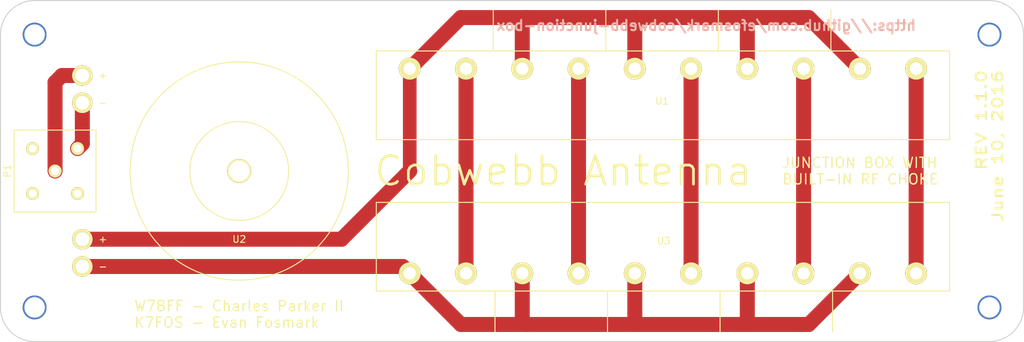
<source format=kicad_pcb>
(kicad_pcb (version 4) (host pcbnew 4.0.2+e4-6225~38~ubuntu14.04.1-stable)

  (general
    (links 20)
    (no_connects 3)
    (area 64.775 69.924999 215.075001 120.075001)
    (thickness 1.6)
    (drawings 13)
    (tracks 41)
    (zones 0)
    (modules 8)
    (nets 10)
  )

  (page USLetter)
  (title_block
    (title "Cobwebb Junction Box With RF Choke")
    (date 2016-06-11)
    (rev 0.0.1)
    (company "K7FOS & W7BFF")
  )

  (layers
    (0 F.Cu signal)
    (31 B.Cu signal)
    (32 B.Adhes user)
    (33 F.Adhes user)
    (34 B.Paste user)
    (35 F.Paste user)
    (36 B.SilkS user)
    (37 F.SilkS user)
    (38 B.Mask user)
    (39 F.Mask user)
    (40 Dwgs.User user)
    (41 Cmts.User user)
    (42 Eco1.User user)
    (43 Eco2.User user hide)
    (44 Edge.Cuts user)
    (45 Margin user hide)
    (46 B.CrtYd user hide)
    (47 F.CrtYd user hide)
    (48 B.Fab user hide)
    (49 F.Fab user hide)
  )

  (setup
    (last_trace_width 2.2)
    (trace_clearance 0.3)
    (zone_clearance 0.508)
    (zone_45_only no)
    (trace_min 0.2)
    (segment_width 0.2)
    (edge_width 0.15)
    (via_size 0.6)
    (via_drill 0.4)
    (via_min_size 0.4)
    (via_min_drill 0.3)
    (uvia_size 0.3)
    (uvia_drill 0.1)
    (uvias_allowed no)
    (uvia_min_size 0.2)
    (uvia_min_drill 0.1)
    (pcb_text_width 0.3)
    (pcb_text_size 1.5 1.5)
    (mod_edge_width 0.15)
    (mod_text_size 1 1)
    (mod_text_width 0.15)
    (pad_size 3.5 3.5)
    (pad_drill 3)
    (pad_to_mask_clearance 0.2)
    (aux_axis_origin 0 0)
    (visible_elements 7FFFFFFF)
    (pcbplotparams
      (layerselection 0x010ff_80000001)
      (usegerberextensions false)
      (excludeedgelayer false)
      (linewidth 0.100000)
      (plotframeref true)
      (viasonmask false)
      (mode 1)
      (useauxorigin false)
      (hpglpennumber 1)
      (hpglpenspeed 20)
      (hpglpendiameter 15)
      (hpglpenoverlay 2)
      (psnegative false)
      (psa4output false)
      (plotreference true)
      (plotvalue true)
      (plotinvisibletext false)
      (padsonsilk true)
      (subtractmaskfromsilk true)
      (outputformat 1)
      (mirror false)
      (drillshape 0)
      (scaleselection 1)
      (outputdirectory resources/gerber-files/))
  )

  (net 0 "")
  (net 1 "Net-(P1-Pad1)")
  (net 2 "Net-(P1-Pad2)")
  (net 3 "Net-(U1-Pad1)")
  (net 4 "Net-(U1-Pad10)")
  (net 5 "Net-(U1-Pad3)")
  (net 6 "Net-(U1-Pad5)")
  (net 7 "Net-(U1-Pad7)")
  (net 8 "Net-(U1-Pad9)")
  (net 9 "Net-(U2-Pad4)")

  (net_class Default "This is the default net class."
    (clearance 0.3)
    (trace_width 2.2)
    (via_dia 0.6)
    (via_drill 0.4)
    (uvia_dia 0.3)
    (uvia_drill 0.1)
    (add_net "Net-(P1-Pad1)")
    (add_net "Net-(P1-Pad2)")
    (add_net "Net-(U1-Pad1)")
    (add_net "Net-(U1-Pad10)")
    (add_net "Net-(U1-Pad3)")
    (add_net "Net-(U1-Pad5)")
    (add_net "Net-(U1-Pad7)")
    (add_net "Net-(U1-Pad9)")
    (add_net "Net-(U2-Pad4)")
  )

  (module 60-clock:1pin (layer F.Cu) (tedit 575C6FB4) (tstamp 575BC4F2)
    (at 70 75)
    (descr "module 1 pin (ou trou mecanique de percage)")
    (tags DEV)
    (fp_text reference REF**1111 (at 5 -3.048) (layer F.SilkS) hide
      (effects (font (size 1 1) (thickness 0.15)))
    )
    (fp_text value 1pin (at 5 0) (layer F.Fab)
      (effects (font (size 1 1) (thickness 0.15)))
    )
    (pad 1 thru_hole circle (at 0 0) (size 3.5 3.5) (drill 3) (layers *.Cu *.Mask))
  )

  (module 60-clock:1pin (layer F.Cu) (tedit 575C6FC8) (tstamp 575BCD09)
    (at 210 115)
    (descr "module 1 pin (ou trou mecanique de percage)")
    (tags DEV)
    (fp_text reference REF**1122 (at 0 -3.048) (layer F.SilkS) hide
      (effects (font (size 1 1) (thickness 0.15)))
    )
    (fp_text value 1pin (at 0 2.794) (layer F.Fab)
      (effects (font (size 1 1) (thickness 0.15)))
    )
    (pad 1 thru_hole circle (at 0 0) (size 3.5 3.5) (drill 3) (layers *.Cu *.Mask))
  )

  (module 60-clock:1pin (layer F.Cu) (tedit 575C6FBA) (tstamp 575BCD05)
    (at 70 115)
    (descr "module 1 pin (ou trou mecanique de percage)")
    (tags DEV)
    (fp_text reference REF**1112 (at 0 -3.048) (layer F.SilkS) hide
      (effects (font (size 1 1) (thickness 0.15)))
    )
    (fp_text value 1pin (at 0 2.794) (layer F.Fab)
      (effects (font (size 1 1) (thickness 0.15)))
    )
    (pad 1 thru_hole circle (at 0 0) (size 3.5 3.5) (drill 3) (layers *.Cu *.Mask))
  )

  (module 60-clock:1pin (layer F.Cu) (tedit 575C6FC2) (tstamp 575BCD01)
    (at 210 75)
    (descr "module 1 pin (ou trou mecanique de percage)")
    (tags DEV)
    (fp_text reference REF**1121 (at -5 -3.048) (layer F.SilkS) hide
      (effects (font (size 1 1) (thickness 0.15)))
    )
    (fp_text value 1pin (at 0 2.794) (layer F.Fab)
      (effects (font (size 1 1) (thickness 0.15)))
    )
    (pad 1 thru_hole circle (at 0 0) (size 3.5 3.5) (drill 3) (layers *.Cu *.Mask))
  )

  (module CobwebbJunctionBox:Terminal_Block_10_Pin (layer F.Cu) (tedit 575BBCC4) (tstamp 575BC1B3)
    (at 199.25 80 180)
    (path /575BAF8D)
    (fp_text reference U1 (at 37.25 -4.75 180) (layer F.SilkS)
      (effects (font (size 1 1) (thickness 0.15)))
    )
    (fp_text value Terminal_Block_10_Pin (at 36.25 -6.75 180) (layer F.Fab)
      (effects (font (size 1 1) (thickness 0.15)))
    )
    (fp_line (start 12.5 2.6) (end 12.5 8.6) (layer F.SilkS) (width 0.15))
    (fp_line (start 79.15 2.6) (end -4.9 2.6) (layer F.SilkS) (width 0.15))
    (fp_line (start 79.15 -10.4) (end 79.15 2.6) (layer F.SilkS) (width 0.15))
    (fp_line (start -4.9 -10.4) (end 79.15 -10.4) (layer F.SilkS) (width 0.15))
    (fp_line (start -4.9 2.6) (end -4.9 -10.4) (layer F.SilkS) (width 0.15))
    (fp_line (start 29 2.6) (end 29 8.6) (layer F.SilkS) (width 0.15))
    (fp_line (start 45.5 2.6) (end 45.5 8.6) (layer F.SilkS) (width 0.15))
    (fp_line (start 62 2.6) (end 62 8.6) (layer F.SilkS) (width 0.15))
    (pad 1 thru_hole circle (at 0 0 180) (size 3.2 3.2) (drill 1.8) (layers *.Cu *.Mask F.SilkS)
      (net 3 "Net-(U1-Pad1)"))
    (pad 2 thru_hole circle (at 8.25 0 180) (size 3.2 3.2) (drill 1.8) (layers *.Cu *.Mask F.SilkS)
      (net 4 "Net-(U1-Pad10)"))
    (pad 3 thru_hole circle (at 16.5 0 180) (size 3.2 3.2) (drill 1.8) (layers *.Cu *.Mask F.SilkS)
      (net 5 "Net-(U1-Pad3)"))
    (pad 4 thru_hole circle (at 24.75 0 180) (size 3.2 3.2) (drill 1.8) (layers *.Cu *.Mask F.SilkS)
      (net 4 "Net-(U1-Pad10)"))
    (pad 5 thru_hole circle (at 33 0 180) (size 3.2 3.2) (drill 1.8) (layers *.Cu *.Mask F.SilkS)
      (net 6 "Net-(U1-Pad5)"))
    (pad 6 thru_hole circle (at 41.25 0 180) (size 3.2 3.2) (drill 1.8) (layers *.Cu *.Mask F.SilkS)
      (net 4 "Net-(U1-Pad10)"))
    (pad 7 thru_hole circle (at 49.5 0 180) (size 3.2 3.2) (drill 1.8) (layers *.Cu *.Mask F.SilkS)
      (net 7 "Net-(U1-Pad7)"))
    (pad 8 thru_hole circle (at 57.75 0 180) (size 3.2 3.2) (drill 1.8) (layers *.Cu *.Mask F.SilkS)
      (net 4 "Net-(U1-Pad10)"))
    (pad 9 thru_hole circle (at 66 0 180) (size 3.2 3.2) (drill 1.8) (layers *.Cu *.Mask F.SilkS)
      (net 8 "Net-(U1-Pad9)"))
    (pad 10 thru_hole circle (at 74.25 0 180) (size 3.2 3.2) (drill 1.8) (layers *.Cu *.Mask F.SilkS)
      (net 4 "Net-(U1-Pad10)"))
  )

  (module CobwebbJunctionBox:RF_Choke_T106-2 (layer F.Cu) (tedit 575C6FE0) (tstamp 575BC1C2)
    (at 100 95)
    (path /575BB2DA)
    (fp_text reference U2 (at 0 10) (layer F.SilkS)
      (effects (font (size 1 1) (thickness 0.15)))
    )
    (fp_text value RF_Choke (at 0 -11) (layer F.Fab)
      (effects (font (size 1 1) (thickness 0.15)))
    )
    (fp_text user - (at -20 -10) (layer F.SilkS)
      (effects (font (size 1 1) (thickness 0.15)))
    )
    (fp_text user + (at -20 -14) (layer F.SilkS)
      (effects (font (size 1 1) (thickness 0.15)))
    )
    (fp_circle (center 0 0) (end 7.25 0) (layer F.SilkS) (width 0.15))
    (fp_circle (center 0 0) (end 16 0) (layer F.SilkS) (width 0.15))
    (fp_text user + (at -20 10) (layer F.SilkS)
      (effects (font (size 1 1) (thickness 0.15)))
    )
    (fp_text user - (at -20 14) (layer F.SilkS)
      (effects (font (size 1 1) (thickness 0.15)))
    )
    (pad "" thru_hole circle (at 0 0) (size 3.5 3.5) (drill 3) (layers *.Cu *.Mask F.SilkS))
    (pad 1 thru_hole circle (at -23 -14) (size 3 3) (drill 2) (layers *.Cu *.Mask F.SilkS)
      (net 2 "Net-(P1-Pad2)"))
    (pad 2 thru_hole circle (at -23 -10) (size 3 3) (drill 2) (layers *.Cu *.Mask F.SilkS)
      (net 1 "Net-(P1-Pad1)"))
    (pad 3 thru_hole circle (at -23 10) (size 3 3) (drill 2) (layers *.Cu *.Mask F.SilkS)
      (net 4 "Net-(U1-Pad10)"))
    (pad 4 thru_hole circle (at -23 14) (size 3 3) (drill 2) (layers *.Cu *.Mask F.SilkS)
      (net 9 "Net-(U2-Pad4)"))
  )

  (module CobwebbJunctionBox:Terminal_Block_10_Pin (layer F.Cu) (tedit 575BBCC4) (tstamp 575BC1D8)
    (at 125 110)
    (path /575BB028)
    (fp_text reference U3 (at 37.25 -4.75) (layer F.SilkS)
      (effects (font (size 1 1) (thickness 0.15)))
    )
    (fp_text value Terminal_Block_10_Pin (at 36.25 -6.75) (layer F.Fab)
      (effects (font (size 1 1) (thickness 0.15)))
    )
    (fp_line (start 12.5 2.6) (end 12.5 8.6) (layer F.SilkS) (width 0.15))
    (fp_line (start 79.15 2.6) (end -4.9 2.6) (layer F.SilkS) (width 0.15))
    (fp_line (start 79.15 -10.4) (end 79.15 2.6) (layer F.SilkS) (width 0.15))
    (fp_line (start -4.9 -10.4) (end 79.15 -10.4) (layer F.SilkS) (width 0.15))
    (fp_line (start -4.9 2.6) (end -4.9 -10.4) (layer F.SilkS) (width 0.15))
    (fp_line (start 29 2.6) (end 29 8.6) (layer F.SilkS) (width 0.15))
    (fp_line (start 45.5 2.6) (end 45.5 8.6) (layer F.SilkS) (width 0.15))
    (fp_line (start 62 2.6) (end 62 8.6) (layer F.SilkS) (width 0.15))
    (pad 1 thru_hole circle (at 0 0) (size 3.2 3.2) (drill 1.8) (layers *.Cu *.Mask F.SilkS)
      (net 9 "Net-(U2-Pad4)"))
    (pad 2 thru_hole circle (at 8.25 0) (size 3.2 3.2) (drill 1.8) (layers *.Cu *.Mask F.SilkS)
      (net 8 "Net-(U1-Pad9)"))
    (pad 3 thru_hole circle (at 16.5 0) (size 3.2 3.2) (drill 1.8) (layers *.Cu *.Mask F.SilkS)
      (net 9 "Net-(U2-Pad4)"))
    (pad 4 thru_hole circle (at 24.75 0) (size 3.2 3.2) (drill 1.8) (layers *.Cu *.Mask F.SilkS)
      (net 7 "Net-(U1-Pad7)"))
    (pad 5 thru_hole circle (at 33 0) (size 3.2 3.2) (drill 1.8) (layers *.Cu *.Mask F.SilkS)
      (net 9 "Net-(U2-Pad4)"))
    (pad 6 thru_hole circle (at 41.25 0) (size 3.2 3.2) (drill 1.8) (layers *.Cu *.Mask F.SilkS)
      (net 6 "Net-(U1-Pad5)"))
    (pad 7 thru_hole circle (at 49.5 0) (size 3.2 3.2) (drill 1.8) (layers *.Cu *.Mask F.SilkS)
      (net 9 "Net-(U2-Pad4)"))
    (pad 8 thru_hole circle (at 57.75 0) (size 3.2 3.2) (drill 1.8) (layers *.Cu *.Mask F.SilkS)
      (net 5 "Net-(U1-Pad3)"))
    (pad 9 thru_hole circle (at 66 0) (size 3.2 3.2) (drill 1.8) (layers *.Cu *.Mask F.SilkS)
      (net 9 "Net-(U2-Pad4)"))
    (pad 10 thru_hole circle (at 74.25 0) (size 3.2 3.2) (drill 1.8) (layers *.Cu *.Mask F.SilkS)
      (net 3 "Net-(U1-Pad1)"))
  )

  (module CobwebbJunctionBox:BNC_Connector (layer F.Cu) (tedit 575BD102) (tstamp 575BC19D)
    (at 73 95 270)
    (path /575BB235)
    (fp_text reference P1 (at 0 7 270) (layer F.SilkS)
      (effects (font (size 1 1) (thickness 0.15)))
    )
    (fp_text value BNC (at 0 -7 270) (layer F.Fab)
      (effects (font (size 1 1) (thickness 0.15)))
    )
    (fp_line (start -6 6) (end -6 -6) (layer F.SilkS) (width 0.15))
    (fp_line (start 6 6) (end -6 6) (layer F.SilkS) (width 0.15))
    (fp_line (start 6 -6) (end 6 6) (layer F.SilkS) (width 0.15))
    (fp_line (start -6 -6) (end 6 -6) (layer F.SilkS) (width 0.15))
    (pad 2 thru_hole circle (at 0 0 270) (size 1.9 1.9) (drill 1.2) (layers *.Cu *.Mask F.SilkS)
      (net 2 "Net-(P1-Pad2)"))
    (pad 1 thru_hole circle (at -3.3 -3.3 270) (size 1.9 1.9) (drill 1.2) (layers *.Cu *.Mask F.SilkS)
      (net 1 "Net-(P1-Pad1)"))
    (pad 1 thru_hole circle (at 3.3 -3.3 270) (size 1.9 1.9) (drill 1.2) (layers *.Cu *.Mask F.SilkS)
      (net 1 "Net-(P1-Pad1)"))
    (pad 1 thru_hole circle (at -3.3 3.3 270) (size 1.9 1.9) (drill 1.2) (layers *.Cu *.Mask F.SilkS)
      (net 1 "Net-(P1-Pad1)"))
    (pad 1 thru_hole circle (at 3.3 3.3 270) (size 1.9 1.9) (drill 1.2) (layers *.Cu *.Mask F.SilkS)
      (net 1 "Net-(P1-Pad1)"))
  )

  (gr_text https://github.com/efosmark/cobwebb-junction-box (at 199.39 73.66) (layer B.SilkS)
    (effects (font (size 1.5 1.5) (thickness 0.3)) (justify left mirror))
  )
  (gr_text "REV 1.1.0\nJune 10, 2016" (at 210 80 90) (layer F.SilkS)
    (effects (font (size 1.5 2) (thickness 0.3)) (justify right))
  )
  (gr_text "W7BFF - Charles Parker II\nK7FOS - Evan Fosmark" (at 84.5 116) (layer F.SilkS)
    (effects (font (size 1.5 1.5) (thickness 0.2)) (justify left))
  )
  (gr_text "JUNCTION BOX WITH\nBUILT-IN RF CHOKE" (at 179.5 95) (layer F.SilkS)
    (effects (font (size 1.5 1.5) (thickness 0.2)) (justify left))
  )
  (gr_text "Cobwebb Antenna" (at 147.5 95) (layer F.SilkS)
    (effects (font (size 4.2 4.2) (thickness 0.4)))
  )
  (gr_arc (start 210 75) (end 210 70) (angle 90) (layer Edge.Cuts) (width 0.15))
  (gr_arc (start 210 115) (end 215 115) (angle 90) (layer Edge.Cuts) (width 0.15))
  (gr_arc (start 70 115) (end 70 120) (angle 90) (layer Edge.Cuts) (width 0.15))
  (gr_arc (start 70 75) (end 65 75) (angle 90) (layer Edge.Cuts) (width 0.15))
  (gr_line (start 210 70) (end 70 70) (layer Edge.Cuts) (width 0.15))
  (gr_line (start 215 115) (end 215 75) (layer Edge.Cuts) (width 0.15))
  (gr_line (start 70 120) (end 210 120) (layer Edge.Cuts) (width 0.15))
  (gr_line (start 65 75) (end 65 115) (layer Edge.Cuts) (width 0.15))

  (segment (start 77 85) (end 77 91) (width 2.2) (layer F.Cu) (net 1))
  (segment (start 77 91) (end 76.3 91.7) (width 2.2) (layer F.Cu) (net 1))
  (segment (start 73 82) (end 74 81) (width 2.2) (layer F.Cu) (net 2))
  (segment (start 74 81) (end 77 81) (width 2.2) (layer F.Cu) (net 2))
  (segment (start 73 95) (end 73 82) (width 2.2) (layer F.Cu) (net 2))
  (segment (start 199.25 80) (end 199.25 110) (width 2.2) (layer F.Cu) (net 3))
  (segment (start 115 105) (end 125 95) (width 2.2) (layer F.Cu) (net 4))
  (segment (start 125 95) (end 125 80) (width 2) (layer F.Cu) (net 4))
  (segment (start 77 105) (end 115 105) (width 2.2) (layer F.Cu) (net 4))
  (segment (start 158 72.5) (end 174 72.5) (width 2.2) (layer F.Cu) (net 4))
  (segment (start 174 72.5) (end 182.5 72.5) (width 2.2) (layer F.Cu) (net 4))
  (segment (start 174.5 80) (end 174.5 73) (width 2.2) (layer F.Cu) (net 4))
  (segment (start 174.5 73) (end 174 72.5) (width 2.2) (layer F.Cu) (net 4))
  (segment (start 142 72.5) (end 158 72.5) (width 2.2) (layer F.Cu) (net 4))
  (segment (start 158 80) (end 158 72.5) (width 2.2) (layer F.Cu) (net 4))
  (segment (start 132.5 72.5) (end 142 72.5) (width 2.2) (layer F.Cu) (net 4))
  (segment (start 141.5 80) (end 141.5 73) (width 2.2) (layer F.Cu) (net 4))
  (segment (start 141.5 73) (end 142 72.5) (width 2.2) (layer F.Cu) (net 4))
  (segment (start 191 80) (end 183.5 72.5) (width 2.2) (layer F.Cu) (net 4))
  (segment (start 183.5 72.5) (end 182.5 72.5) (width 2.2) (layer F.Cu) (net 4))
  (segment (start 125 80) (end 132.5 72.5) (width 2.2) (layer F.Cu) (net 4))
  (segment (start 182.75 80) (end 182.75 110) (width 2.2) (layer F.Cu) (net 5))
  (segment (start 166.25 80) (end 166.25 82.262741) (width 2.2) (layer F.Cu) (net 6))
  (segment (start 166.25 82.262741) (end 166.25 110) (width 2.2) (layer F.Cu) (net 6))
  (segment (start 149.75 80) (end 149.75 82.262741) (width 2.2) (layer F.Cu) (net 7))
  (segment (start 149.75 82.262741) (end 149.75 110) (width 2.2) (layer F.Cu) (net 7))
  (segment (start 133.25 80) (end 133.25 110) (width 2.2) (layer F.Cu) (net 8))
  (segment (start 77 109) (end 124 109) (width 2.2) (layer F.Cu) (net 9))
  (segment (start 124 109) (end 125 110) (width 2.2) (layer F.Cu) (net 9))
  (segment (start 158 117.5) (end 174 117.5) (width 2.2) (layer F.Cu) (net 9))
  (segment (start 174 117.5) (end 182.5 117.5) (width 2.2) (layer F.Cu) (net 9))
  (segment (start 174.5 110) (end 174.5 117) (width 2.2) (layer F.Cu) (net 9))
  (segment (start 174.5 117) (end 174 117.5) (width 2.2) (layer F.Cu) (net 9))
  (segment (start 142 117.5) (end 158 117.5) (width 2.2) (layer F.Cu) (net 9))
  (segment (start 158 110) (end 158 117.5) (width 2.2) (layer F.Cu) (net 9))
  (segment (start 132.5 117.5) (end 142 117.5) (width 2.2) (layer F.Cu) (net 9))
  (segment (start 141.5 110) (end 141.5 117) (width 2.2) (layer F.Cu) (net 9))
  (segment (start 141.5 117) (end 142 117.5) (width 2.2) (layer F.Cu) (net 9))
  (segment (start 191 110) (end 183.5 117.5) (width 2.2) (layer F.Cu) (net 9))
  (segment (start 183.5 117.5) (end 182.5 117.5) (width 2.2) (layer F.Cu) (net 9))
  (segment (start 125 110) (end 132.5 117.5) (width 2.2) (layer F.Cu) (net 9))

)

</source>
